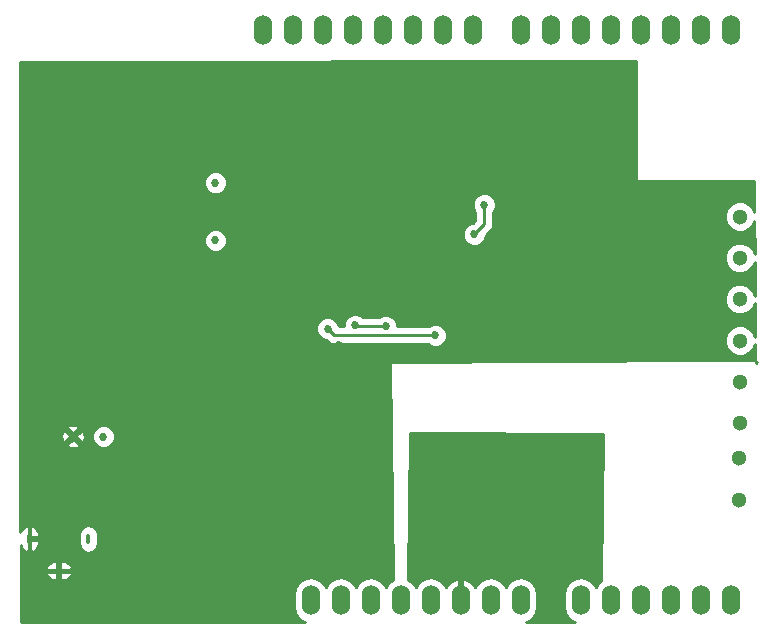
<source format=gbl>
G04 (created by PCBNEW (2013-07-07 BZR 4022)-stable) date 8/20/2014 2:47:30 AM*
%MOIN*%
G04 Gerber Fmt 3.4, Leading zero omitted, Abs format*
%FSLAX34Y34*%
G01*
G70*
G90*
G04 APERTURE LIST*
%ADD10C,0.00590551*%
%ADD11O,0.06X0.1*%
%ADD12O,0.011811X0.0393701*%
%ADD13O,0.0393701X0.011811*%
%ADD14C,0.0271654*%
%ADD15C,0.0511811*%
%ADD16C,0.027*%
%ADD17C,0.01*%
G04 APERTURE END LIST*
G54D10*
G54D11*
X75852Y-26535D03*
X74852Y-26535D03*
X73852Y-26535D03*
X72852Y-26535D03*
X71852Y-26535D03*
X70852Y-26535D03*
X69852Y-26535D03*
X68852Y-26535D03*
X73452Y-45535D03*
X72452Y-45535D03*
X71452Y-45535D03*
X70452Y-45535D03*
X74452Y-45535D03*
X75452Y-45535D03*
X76452Y-45535D03*
X77452Y-45535D03*
X79452Y-45535D03*
X80452Y-45535D03*
X81452Y-45535D03*
X82452Y-45535D03*
X83452Y-45535D03*
X84452Y-45535D03*
X84452Y-26535D03*
X83452Y-26535D03*
X82452Y-26535D03*
X81452Y-26535D03*
X80452Y-26535D03*
X79452Y-26535D03*
X78452Y-26535D03*
X77452Y-26535D03*
G54D12*
X61082Y-43484D03*
G54D13*
X62066Y-44547D03*
G54D12*
X63051Y-43484D03*
G54D14*
X67283Y-31614D03*
X67283Y-33535D03*
X62539Y-40070D03*
X63547Y-40074D03*
G54D15*
X84759Y-32740D03*
X84759Y-34118D03*
X84759Y-35496D03*
X84759Y-36874D03*
X84759Y-38251D03*
X84759Y-39629D03*
X84720Y-40803D03*
X84720Y-42181D03*
G54D16*
X75909Y-33326D03*
X76244Y-32354D03*
X71023Y-36476D03*
X74610Y-36700D03*
X72960Y-36401D03*
X71940Y-36370D03*
X66787Y-37807D03*
X71413Y-37015D03*
X70838Y-40141D03*
X73409Y-35236D03*
X73318Y-31590D03*
X64003Y-32039D03*
X66429Y-41401D03*
X65279Y-43480D03*
X81584Y-35610D03*
X78740Y-31840D03*
X67992Y-44586D03*
X75700Y-40358D03*
X79350Y-43078D03*
X77803Y-40531D03*
G54D17*
X75909Y-33326D02*
X76244Y-32992D01*
X76244Y-32992D02*
X76244Y-32354D01*
X71023Y-36476D02*
X71248Y-36700D01*
X71248Y-36700D02*
X72043Y-36700D01*
X72043Y-36700D02*
X74610Y-36700D01*
X71972Y-36401D02*
X72960Y-36401D01*
X71940Y-36370D02*
X71972Y-36401D01*
X70838Y-40141D02*
X70838Y-40129D01*
X64003Y-32039D02*
X64003Y-31996D01*
X81496Y-35639D02*
X81496Y-35669D01*
X81505Y-35629D02*
X81496Y-35639D01*
X79350Y-43078D02*
X79350Y-43070D01*
G54D10*
G36*
X85264Y-37529D02*
X76629Y-37566D01*
X76629Y-32278D01*
X76570Y-32136D01*
X76462Y-32028D01*
X76321Y-31969D01*
X76167Y-31969D01*
X76026Y-32027D01*
X75917Y-32135D01*
X75859Y-32277D01*
X75859Y-32430D01*
X75917Y-32572D01*
X75944Y-32598D01*
X75944Y-32867D01*
X75870Y-32941D01*
X75833Y-32941D01*
X75691Y-33000D01*
X75583Y-33108D01*
X75524Y-33249D01*
X75524Y-33403D01*
X75582Y-33544D01*
X75691Y-33652D01*
X75832Y-33711D01*
X75985Y-33711D01*
X76127Y-33653D01*
X76235Y-33545D01*
X76294Y-33403D01*
X76294Y-33366D01*
X76456Y-33204D01*
X76456Y-33204D01*
X76521Y-33106D01*
X76544Y-32992D01*
X76544Y-32992D01*
X76544Y-32598D01*
X76570Y-32572D01*
X76629Y-32431D01*
X76629Y-32278D01*
X76629Y-37566D01*
X74995Y-37573D01*
X74995Y-36624D01*
X74936Y-36482D01*
X74828Y-36374D01*
X74687Y-36315D01*
X74533Y-36315D01*
X74392Y-36374D01*
X74365Y-36400D01*
X73345Y-36400D01*
X73345Y-36325D01*
X73287Y-36183D01*
X73178Y-36075D01*
X73037Y-36016D01*
X72884Y-36016D01*
X72742Y-36074D01*
X72716Y-36101D01*
X72216Y-36101D01*
X72159Y-36043D01*
X72017Y-35985D01*
X71864Y-35985D01*
X71723Y-36043D01*
X71614Y-36151D01*
X71556Y-36293D01*
X71555Y-36400D01*
X71408Y-36400D01*
X71408Y-36400D01*
X71350Y-36258D01*
X71241Y-36150D01*
X71100Y-36091D01*
X70947Y-36091D01*
X70805Y-36149D01*
X70697Y-36258D01*
X70638Y-36399D01*
X70638Y-36552D01*
X70697Y-36694D01*
X70805Y-36802D01*
X70946Y-36861D01*
X70984Y-36861D01*
X71035Y-36912D01*
X71035Y-36912D01*
X71133Y-36977D01*
X71248Y-37000D01*
X71248Y-37000D01*
X72043Y-37000D01*
X74365Y-37000D01*
X74391Y-37026D01*
X74533Y-37085D01*
X74686Y-37085D01*
X74828Y-37027D01*
X74936Y-36919D01*
X74995Y-36777D01*
X74995Y-36624D01*
X74995Y-37573D01*
X73106Y-37582D01*
X73196Y-44843D01*
X73063Y-44931D01*
X72952Y-45098D01*
X72841Y-44931D01*
X72663Y-44812D01*
X72452Y-44770D01*
X72242Y-44812D01*
X72063Y-44931D01*
X71952Y-45098D01*
X71841Y-44931D01*
X71663Y-44812D01*
X71452Y-44770D01*
X71242Y-44812D01*
X71063Y-44931D01*
X70952Y-45098D01*
X70841Y-44931D01*
X70663Y-44812D01*
X70452Y-44770D01*
X70242Y-44812D01*
X70063Y-44931D01*
X69944Y-45110D01*
X69902Y-45320D01*
X69902Y-45750D01*
X69944Y-45960D01*
X70063Y-46139D01*
X70242Y-46258D01*
X70279Y-46265D01*
X67669Y-46265D01*
X67669Y-33459D01*
X67669Y-31537D01*
X67610Y-31395D01*
X67502Y-31287D01*
X67360Y-31228D01*
X67207Y-31228D01*
X67065Y-31286D01*
X66956Y-31395D01*
X66897Y-31537D01*
X66897Y-31690D01*
X66956Y-31832D01*
X67064Y-31941D01*
X67206Y-31999D01*
X67359Y-32000D01*
X67501Y-31941D01*
X67610Y-31833D01*
X67669Y-31691D01*
X67669Y-31537D01*
X67669Y-33459D01*
X67610Y-33317D01*
X67502Y-33208D01*
X67360Y-33149D01*
X67207Y-33149D01*
X67065Y-33208D01*
X66956Y-33316D01*
X66897Y-33458D01*
X66897Y-33611D01*
X66956Y-33753D01*
X67064Y-33862D01*
X67206Y-33921D01*
X67359Y-33921D01*
X67501Y-33862D01*
X67610Y-33754D01*
X67669Y-33612D01*
X67669Y-33459D01*
X67669Y-46265D01*
X63933Y-46265D01*
X63933Y-39998D01*
X63874Y-39856D01*
X63766Y-39747D01*
X63624Y-39689D01*
X63470Y-39688D01*
X63328Y-39747D01*
X63220Y-39855D01*
X63161Y-39997D01*
X63161Y-40151D01*
X63219Y-40293D01*
X63328Y-40401D01*
X63470Y-40460D01*
X63623Y-40460D01*
X63765Y-40402D01*
X63874Y-40293D01*
X63933Y-40151D01*
X63933Y-39998D01*
X63933Y-46265D01*
X63360Y-46265D01*
X63360Y-43630D01*
X63360Y-43337D01*
X63336Y-43219D01*
X63269Y-43119D01*
X63169Y-43052D01*
X63051Y-43028D01*
X62932Y-43052D01*
X62930Y-43053D01*
X62930Y-40113D01*
X62916Y-39960D01*
X62884Y-39881D01*
X62806Y-39874D01*
X62735Y-39945D01*
X62735Y-39804D01*
X62728Y-39725D01*
X62581Y-39679D01*
X62428Y-39693D01*
X62350Y-39725D01*
X62343Y-39804D01*
X62539Y-40000D01*
X62735Y-39804D01*
X62735Y-39945D01*
X62610Y-40070D01*
X62806Y-40266D01*
X62884Y-40259D01*
X62930Y-40113D01*
X62930Y-43053D01*
X62832Y-43119D01*
X62765Y-43219D01*
X62742Y-43337D01*
X62742Y-43630D01*
X62765Y-43749D01*
X62832Y-43849D01*
X62932Y-43916D01*
X63051Y-43939D01*
X63169Y-43916D01*
X63269Y-43849D01*
X63336Y-43749D01*
X63360Y-43630D01*
X63360Y-46265D01*
X62735Y-46265D01*
X62735Y-40337D01*
X62539Y-40141D01*
X62468Y-40212D01*
X62468Y-40070D01*
X62272Y-39874D01*
X62194Y-39881D01*
X62148Y-40028D01*
X62161Y-40181D01*
X62194Y-40259D01*
X62272Y-40266D01*
X62468Y-40070D01*
X62468Y-40212D01*
X62343Y-40337D01*
X62350Y-40415D01*
X62496Y-40461D01*
X62649Y-40448D01*
X62728Y-40415D01*
X62735Y-40337D01*
X62735Y-46265D01*
X62503Y-46265D01*
X62503Y-44624D01*
X62503Y-44469D01*
X62458Y-44364D01*
X62369Y-44280D01*
X62254Y-44238D01*
X62116Y-44238D01*
X62116Y-44517D01*
X62449Y-44517D01*
X62503Y-44469D01*
X62503Y-44624D01*
X62449Y-44576D01*
X62116Y-44576D01*
X62116Y-44856D01*
X62254Y-44856D01*
X62369Y-44813D01*
X62458Y-44730D01*
X62503Y-44624D01*
X62503Y-46265D01*
X62016Y-46265D01*
X62016Y-44856D01*
X62016Y-44576D01*
X62016Y-44517D01*
X62016Y-44238D01*
X61879Y-44238D01*
X61764Y-44280D01*
X61675Y-44364D01*
X61629Y-44469D01*
X61684Y-44517D01*
X62016Y-44517D01*
X62016Y-44576D01*
X61684Y-44576D01*
X61629Y-44624D01*
X61675Y-44730D01*
X61764Y-44813D01*
X61879Y-44856D01*
X62016Y-44856D01*
X62016Y-46265D01*
X61391Y-46265D01*
X61391Y-43672D01*
X61391Y-43534D01*
X61391Y-43434D01*
X61391Y-43296D01*
X61349Y-43181D01*
X61265Y-43092D01*
X61159Y-43047D01*
X61112Y-43101D01*
X61112Y-43434D01*
X61391Y-43434D01*
X61391Y-43534D01*
X61112Y-43534D01*
X61112Y-43866D01*
X61159Y-43921D01*
X61265Y-43875D01*
X61349Y-43786D01*
X61391Y-43672D01*
X61391Y-46265D01*
X60788Y-46265D01*
X60785Y-43703D01*
X60816Y-43786D01*
X60899Y-43875D01*
X61005Y-43921D01*
X61053Y-43866D01*
X61053Y-43534D01*
X61024Y-43534D01*
X61024Y-43434D01*
X61053Y-43434D01*
X61053Y-43101D01*
X61005Y-43047D01*
X60899Y-43092D01*
X60816Y-43181D01*
X60784Y-43266D01*
X60768Y-27589D01*
X81308Y-27569D01*
X81288Y-31555D01*
X85245Y-31555D01*
X85248Y-32598D01*
X85188Y-32453D01*
X85046Y-32311D01*
X84860Y-32234D01*
X84659Y-32234D01*
X84473Y-32311D01*
X84331Y-32453D01*
X84254Y-32639D01*
X84253Y-32840D01*
X84330Y-33026D01*
X84472Y-33168D01*
X84658Y-33245D01*
X84860Y-33246D01*
X85046Y-33169D01*
X85188Y-33027D01*
X85249Y-32879D01*
X85253Y-33987D01*
X85188Y-33831D01*
X85046Y-33689D01*
X84860Y-33612D01*
X84659Y-33612D01*
X84473Y-33688D01*
X84331Y-33831D01*
X84254Y-34017D01*
X84253Y-34218D01*
X84330Y-34404D01*
X84472Y-34546D01*
X84658Y-34623D01*
X84860Y-34624D01*
X85046Y-34547D01*
X85188Y-34405D01*
X85254Y-34247D01*
X85257Y-35376D01*
X85188Y-35209D01*
X85046Y-35067D01*
X84860Y-34990D01*
X84659Y-34990D01*
X84473Y-35066D01*
X84331Y-35209D01*
X84254Y-35394D01*
X84253Y-35596D01*
X84330Y-35782D01*
X84472Y-35924D01*
X84658Y-36001D01*
X84860Y-36002D01*
X85046Y-35925D01*
X85188Y-35783D01*
X85258Y-35614D01*
X85262Y-36764D01*
X85188Y-36587D01*
X85046Y-36445D01*
X84860Y-36368D01*
X84659Y-36368D01*
X84473Y-36444D01*
X84331Y-36587D01*
X84254Y-36772D01*
X84253Y-36974D01*
X84330Y-37160D01*
X84472Y-37302D01*
X84658Y-37379D01*
X84860Y-37380D01*
X85046Y-37303D01*
X85188Y-37160D01*
X85262Y-36981D01*
X85264Y-37529D01*
X85264Y-37529D01*
G37*
G54D17*
X85264Y-37529D02*
X76629Y-37566D01*
X76629Y-32278D01*
X76570Y-32136D01*
X76462Y-32028D01*
X76321Y-31969D01*
X76167Y-31969D01*
X76026Y-32027D01*
X75917Y-32135D01*
X75859Y-32277D01*
X75859Y-32430D01*
X75917Y-32572D01*
X75944Y-32598D01*
X75944Y-32867D01*
X75870Y-32941D01*
X75833Y-32941D01*
X75691Y-33000D01*
X75583Y-33108D01*
X75524Y-33249D01*
X75524Y-33403D01*
X75582Y-33544D01*
X75691Y-33652D01*
X75832Y-33711D01*
X75985Y-33711D01*
X76127Y-33653D01*
X76235Y-33545D01*
X76294Y-33403D01*
X76294Y-33366D01*
X76456Y-33204D01*
X76456Y-33204D01*
X76521Y-33106D01*
X76544Y-32992D01*
X76544Y-32992D01*
X76544Y-32598D01*
X76570Y-32572D01*
X76629Y-32431D01*
X76629Y-32278D01*
X76629Y-37566D01*
X74995Y-37573D01*
X74995Y-36624D01*
X74936Y-36482D01*
X74828Y-36374D01*
X74687Y-36315D01*
X74533Y-36315D01*
X74392Y-36374D01*
X74365Y-36400D01*
X73345Y-36400D01*
X73345Y-36325D01*
X73287Y-36183D01*
X73178Y-36075D01*
X73037Y-36016D01*
X72884Y-36016D01*
X72742Y-36074D01*
X72716Y-36101D01*
X72216Y-36101D01*
X72159Y-36043D01*
X72017Y-35985D01*
X71864Y-35985D01*
X71723Y-36043D01*
X71614Y-36151D01*
X71556Y-36293D01*
X71555Y-36400D01*
X71408Y-36400D01*
X71408Y-36400D01*
X71350Y-36258D01*
X71241Y-36150D01*
X71100Y-36091D01*
X70947Y-36091D01*
X70805Y-36149D01*
X70697Y-36258D01*
X70638Y-36399D01*
X70638Y-36552D01*
X70697Y-36694D01*
X70805Y-36802D01*
X70946Y-36861D01*
X70984Y-36861D01*
X71035Y-36912D01*
X71035Y-36912D01*
X71133Y-36977D01*
X71248Y-37000D01*
X71248Y-37000D01*
X72043Y-37000D01*
X74365Y-37000D01*
X74391Y-37026D01*
X74533Y-37085D01*
X74686Y-37085D01*
X74828Y-37027D01*
X74936Y-36919D01*
X74995Y-36777D01*
X74995Y-36624D01*
X74995Y-37573D01*
X73106Y-37582D01*
X73196Y-44843D01*
X73063Y-44931D01*
X72952Y-45098D01*
X72841Y-44931D01*
X72663Y-44812D01*
X72452Y-44770D01*
X72242Y-44812D01*
X72063Y-44931D01*
X71952Y-45098D01*
X71841Y-44931D01*
X71663Y-44812D01*
X71452Y-44770D01*
X71242Y-44812D01*
X71063Y-44931D01*
X70952Y-45098D01*
X70841Y-44931D01*
X70663Y-44812D01*
X70452Y-44770D01*
X70242Y-44812D01*
X70063Y-44931D01*
X69944Y-45110D01*
X69902Y-45320D01*
X69902Y-45750D01*
X69944Y-45960D01*
X70063Y-46139D01*
X70242Y-46258D01*
X70279Y-46265D01*
X67669Y-46265D01*
X67669Y-33459D01*
X67669Y-31537D01*
X67610Y-31395D01*
X67502Y-31287D01*
X67360Y-31228D01*
X67207Y-31228D01*
X67065Y-31286D01*
X66956Y-31395D01*
X66897Y-31537D01*
X66897Y-31690D01*
X66956Y-31832D01*
X67064Y-31941D01*
X67206Y-31999D01*
X67359Y-32000D01*
X67501Y-31941D01*
X67610Y-31833D01*
X67669Y-31691D01*
X67669Y-31537D01*
X67669Y-33459D01*
X67610Y-33317D01*
X67502Y-33208D01*
X67360Y-33149D01*
X67207Y-33149D01*
X67065Y-33208D01*
X66956Y-33316D01*
X66897Y-33458D01*
X66897Y-33611D01*
X66956Y-33753D01*
X67064Y-33862D01*
X67206Y-33921D01*
X67359Y-33921D01*
X67501Y-33862D01*
X67610Y-33754D01*
X67669Y-33612D01*
X67669Y-33459D01*
X67669Y-46265D01*
X63933Y-46265D01*
X63933Y-39998D01*
X63874Y-39856D01*
X63766Y-39747D01*
X63624Y-39689D01*
X63470Y-39688D01*
X63328Y-39747D01*
X63220Y-39855D01*
X63161Y-39997D01*
X63161Y-40151D01*
X63219Y-40293D01*
X63328Y-40401D01*
X63470Y-40460D01*
X63623Y-40460D01*
X63765Y-40402D01*
X63874Y-40293D01*
X63933Y-40151D01*
X63933Y-39998D01*
X63933Y-46265D01*
X63360Y-46265D01*
X63360Y-43630D01*
X63360Y-43337D01*
X63336Y-43219D01*
X63269Y-43119D01*
X63169Y-43052D01*
X63051Y-43028D01*
X62932Y-43052D01*
X62930Y-43053D01*
X62930Y-40113D01*
X62916Y-39960D01*
X62884Y-39881D01*
X62806Y-39874D01*
X62735Y-39945D01*
X62735Y-39804D01*
X62728Y-39725D01*
X62581Y-39679D01*
X62428Y-39693D01*
X62350Y-39725D01*
X62343Y-39804D01*
X62539Y-40000D01*
X62735Y-39804D01*
X62735Y-39945D01*
X62610Y-40070D01*
X62806Y-40266D01*
X62884Y-40259D01*
X62930Y-40113D01*
X62930Y-43053D01*
X62832Y-43119D01*
X62765Y-43219D01*
X62742Y-43337D01*
X62742Y-43630D01*
X62765Y-43749D01*
X62832Y-43849D01*
X62932Y-43916D01*
X63051Y-43939D01*
X63169Y-43916D01*
X63269Y-43849D01*
X63336Y-43749D01*
X63360Y-43630D01*
X63360Y-46265D01*
X62735Y-46265D01*
X62735Y-40337D01*
X62539Y-40141D01*
X62468Y-40212D01*
X62468Y-40070D01*
X62272Y-39874D01*
X62194Y-39881D01*
X62148Y-40028D01*
X62161Y-40181D01*
X62194Y-40259D01*
X62272Y-40266D01*
X62468Y-40070D01*
X62468Y-40212D01*
X62343Y-40337D01*
X62350Y-40415D01*
X62496Y-40461D01*
X62649Y-40448D01*
X62728Y-40415D01*
X62735Y-40337D01*
X62735Y-46265D01*
X62503Y-46265D01*
X62503Y-44624D01*
X62503Y-44469D01*
X62458Y-44364D01*
X62369Y-44280D01*
X62254Y-44238D01*
X62116Y-44238D01*
X62116Y-44517D01*
X62449Y-44517D01*
X62503Y-44469D01*
X62503Y-44624D01*
X62449Y-44576D01*
X62116Y-44576D01*
X62116Y-44856D01*
X62254Y-44856D01*
X62369Y-44813D01*
X62458Y-44730D01*
X62503Y-44624D01*
X62503Y-46265D01*
X62016Y-46265D01*
X62016Y-44856D01*
X62016Y-44576D01*
X62016Y-44517D01*
X62016Y-44238D01*
X61879Y-44238D01*
X61764Y-44280D01*
X61675Y-44364D01*
X61629Y-44469D01*
X61684Y-44517D01*
X62016Y-44517D01*
X62016Y-44576D01*
X61684Y-44576D01*
X61629Y-44624D01*
X61675Y-44730D01*
X61764Y-44813D01*
X61879Y-44856D01*
X62016Y-44856D01*
X62016Y-46265D01*
X61391Y-46265D01*
X61391Y-43672D01*
X61391Y-43534D01*
X61391Y-43434D01*
X61391Y-43296D01*
X61349Y-43181D01*
X61265Y-43092D01*
X61159Y-43047D01*
X61112Y-43101D01*
X61112Y-43434D01*
X61391Y-43434D01*
X61391Y-43534D01*
X61112Y-43534D01*
X61112Y-43866D01*
X61159Y-43921D01*
X61265Y-43875D01*
X61349Y-43786D01*
X61391Y-43672D01*
X61391Y-46265D01*
X60788Y-46265D01*
X60785Y-43703D01*
X60816Y-43786D01*
X60899Y-43875D01*
X61005Y-43921D01*
X61053Y-43866D01*
X61053Y-43534D01*
X61024Y-43534D01*
X61024Y-43434D01*
X61053Y-43434D01*
X61053Y-43101D01*
X61005Y-43047D01*
X60899Y-43092D01*
X60816Y-43181D01*
X60784Y-43266D01*
X60768Y-27589D01*
X81308Y-27569D01*
X81288Y-31555D01*
X85245Y-31555D01*
X85248Y-32598D01*
X85188Y-32453D01*
X85046Y-32311D01*
X84860Y-32234D01*
X84659Y-32234D01*
X84473Y-32311D01*
X84331Y-32453D01*
X84254Y-32639D01*
X84253Y-32840D01*
X84330Y-33026D01*
X84472Y-33168D01*
X84658Y-33245D01*
X84860Y-33246D01*
X85046Y-33169D01*
X85188Y-33027D01*
X85249Y-32879D01*
X85253Y-33987D01*
X85188Y-33831D01*
X85046Y-33689D01*
X84860Y-33612D01*
X84659Y-33612D01*
X84473Y-33688D01*
X84331Y-33831D01*
X84254Y-34017D01*
X84253Y-34218D01*
X84330Y-34404D01*
X84472Y-34546D01*
X84658Y-34623D01*
X84860Y-34624D01*
X85046Y-34547D01*
X85188Y-34405D01*
X85254Y-34247D01*
X85257Y-35376D01*
X85188Y-35209D01*
X85046Y-35067D01*
X84860Y-34990D01*
X84659Y-34990D01*
X84473Y-35066D01*
X84331Y-35209D01*
X84254Y-35394D01*
X84253Y-35596D01*
X84330Y-35782D01*
X84472Y-35924D01*
X84658Y-36001D01*
X84860Y-36002D01*
X85046Y-35925D01*
X85188Y-35783D01*
X85258Y-35614D01*
X85262Y-36764D01*
X85188Y-36587D01*
X85046Y-36445D01*
X84860Y-36368D01*
X84659Y-36368D01*
X84473Y-36444D01*
X84331Y-36587D01*
X84254Y-36772D01*
X84253Y-36974D01*
X84330Y-37160D01*
X84472Y-37302D01*
X84658Y-37379D01*
X84860Y-37380D01*
X85046Y-37303D01*
X85188Y-37160D01*
X85262Y-36981D01*
X85264Y-37529D01*
G54D10*
G36*
X85334Y-37578D02*
X85314Y-37637D01*
X85314Y-37578D01*
X85334Y-37578D01*
X85334Y-37578D01*
G37*
G54D17*
X85334Y-37578D02*
X85314Y-37637D01*
X85314Y-37578D01*
X85334Y-37578D01*
G54D10*
G36*
X80201Y-39979D02*
X80132Y-44885D01*
X80063Y-44931D01*
X79952Y-45098D01*
X79841Y-44931D01*
X79663Y-44812D01*
X79452Y-44770D01*
X79242Y-44812D01*
X79063Y-44931D01*
X78944Y-45110D01*
X78902Y-45320D01*
X78902Y-45750D01*
X78944Y-45960D01*
X79063Y-46139D01*
X79242Y-46258D01*
X79279Y-46265D01*
X77625Y-46265D01*
X77663Y-46258D01*
X77841Y-46139D01*
X77960Y-45960D01*
X78002Y-45750D01*
X78002Y-45320D01*
X77960Y-45110D01*
X77841Y-44931D01*
X77663Y-44812D01*
X77452Y-44770D01*
X77242Y-44812D01*
X77063Y-44931D01*
X76952Y-45098D01*
X76841Y-44931D01*
X76663Y-44812D01*
X76452Y-44770D01*
X76242Y-44812D01*
X76063Y-44931D01*
X75949Y-45103D01*
X75941Y-45078D01*
X75806Y-44911D01*
X75617Y-44808D01*
X75587Y-44802D01*
X75502Y-44850D01*
X75502Y-45485D01*
X75510Y-45485D01*
X75510Y-45585D01*
X75502Y-45585D01*
X75502Y-45593D01*
X75402Y-45593D01*
X75402Y-45585D01*
X75394Y-45585D01*
X75394Y-45485D01*
X75402Y-45485D01*
X75402Y-44850D01*
X75317Y-44802D01*
X75288Y-44808D01*
X75099Y-44911D01*
X74963Y-45078D01*
X74956Y-45103D01*
X74841Y-44931D01*
X74663Y-44812D01*
X74452Y-44770D01*
X74242Y-44812D01*
X74063Y-44931D01*
X73952Y-45098D01*
X73841Y-44931D01*
X73713Y-44846D01*
X73758Y-39963D01*
X80201Y-39979D01*
X80201Y-39979D01*
G37*
G54D17*
X80201Y-39979D02*
X80132Y-44885D01*
X80063Y-44931D01*
X79952Y-45098D01*
X79841Y-44931D01*
X79663Y-44812D01*
X79452Y-44770D01*
X79242Y-44812D01*
X79063Y-44931D01*
X78944Y-45110D01*
X78902Y-45320D01*
X78902Y-45750D01*
X78944Y-45960D01*
X79063Y-46139D01*
X79242Y-46258D01*
X79279Y-46265D01*
X77625Y-46265D01*
X77663Y-46258D01*
X77841Y-46139D01*
X77960Y-45960D01*
X78002Y-45750D01*
X78002Y-45320D01*
X77960Y-45110D01*
X77841Y-44931D01*
X77663Y-44812D01*
X77452Y-44770D01*
X77242Y-44812D01*
X77063Y-44931D01*
X76952Y-45098D01*
X76841Y-44931D01*
X76663Y-44812D01*
X76452Y-44770D01*
X76242Y-44812D01*
X76063Y-44931D01*
X75949Y-45103D01*
X75941Y-45078D01*
X75806Y-44911D01*
X75617Y-44808D01*
X75587Y-44802D01*
X75502Y-44850D01*
X75502Y-45485D01*
X75510Y-45485D01*
X75510Y-45585D01*
X75502Y-45585D01*
X75502Y-45593D01*
X75402Y-45593D01*
X75402Y-45585D01*
X75394Y-45585D01*
X75394Y-45485D01*
X75402Y-45485D01*
X75402Y-44850D01*
X75317Y-44802D01*
X75288Y-44808D01*
X75099Y-44911D01*
X74963Y-45078D01*
X74956Y-45103D01*
X74841Y-44931D01*
X74663Y-44812D01*
X74452Y-44770D01*
X74242Y-44812D01*
X74063Y-44931D01*
X73952Y-45098D01*
X73841Y-44931D01*
X73713Y-44846D01*
X73758Y-39963D01*
X80201Y-39979D01*
M02*

</source>
